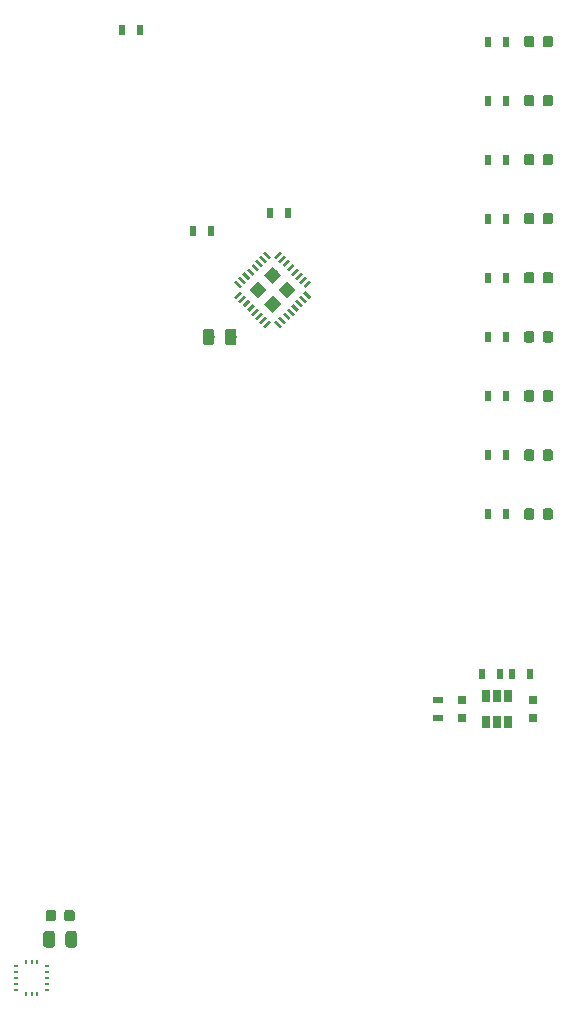
<source format=gbr>
G04 #@! TF.GenerationSoftware,KiCad,Pcbnew,(5.0.0-rc2-dev-668-g07e7340a9)*
G04 #@! TF.CreationDate,2018-12-11T18:12:05-05:00*
G04 #@! TF.ProjectId,BalancingBusinessCardLights,42616C616E63696E67427573696E6573,rev?*
G04 #@! TF.SameCoordinates,Original*
G04 #@! TF.FileFunction,Paste,Top*
G04 #@! TF.FilePolarity,Positive*
%FSLAX46Y46*%
G04 Gerber Fmt 4.6, Leading zero omitted, Abs format (unit mm)*
G04 Created by KiCad (PCBNEW (5.0.0-rc2-dev-668-g07e7340a9)) date 12/11/18 18:12:05*
%MOMM*%
%LPD*%
G01*
G04 APERTURE LIST*
%ADD10C,0.100000*%
%ADD11C,0.975000*%
%ADD12C,0.875000*%
%ADD13R,0.254000X0.355600*%
%ADD14R,0.355600X0.254000*%
%ADD15R,0.750000X0.800000*%
%ADD16R,0.900000X0.500000*%
%ADD17R,0.500000X0.900000*%
%ADD18C,1.035000*%
%ADD19C,0.250000*%
%ADD20R,0.650000X1.060000*%
G04 APERTURE END LIST*
D10*
G36*
X200330142Y-78301174D02*
X200353803Y-78304684D01*
X200377007Y-78310496D01*
X200399529Y-78318554D01*
X200421153Y-78328782D01*
X200441670Y-78341079D01*
X200460883Y-78355329D01*
X200478607Y-78371393D01*
X200494671Y-78389117D01*
X200508921Y-78408330D01*
X200521218Y-78428847D01*
X200531446Y-78450471D01*
X200539504Y-78472993D01*
X200545316Y-78496197D01*
X200548826Y-78519858D01*
X200550000Y-78543750D01*
X200550000Y-79456250D01*
X200548826Y-79480142D01*
X200545316Y-79503803D01*
X200539504Y-79527007D01*
X200531446Y-79549529D01*
X200521218Y-79571153D01*
X200508921Y-79591670D01*
X200494671Y-79610883D01*
X200478607Y-79628607D01*
X200460883Y-79644671D01*
X200441670Y-79658921D01*
X200421153Y-79671218D01*
X200399529Y-79681446D01*
X200377007Y-79689504D01*
X200353803Y-79695316D01*
X200330142Y-79698826D01*
X200306250Y-79700000D01*
X199818750Y-79700000D01*
X199794858Y-79698826D01*
X199771197Y-79695316D01*
X199747993Y-79689504D01*
X199725471Y-79681446D01*
X199703847Y-79671218D01*
X199683330Y-79658921D01*
X199664117Y-79644671D01*
X199646393Y-79628607D01*
X199630329Y-79610883D01*
X199616079Y-79591670D01*
X199603782Y-79571153D01*
X199593554Y-79549529D01*
X199585496Y-79527007D01*
X199579684Y-79503803D01*
X199576174Y-79480142D01*
X199575000Y-79456250D01*
X199575000Y-78543750D01*
X199576174Y-78519858D01*
X199579684Y-78496197D01*
X199585496Y-78472993D01*
X199593554Y-78450471D01*
X199603782Y-78428847D01*
X199616079Y-78408330D01*
X199630329Y-78389117D01*
X199646393Y-78371393D01*
X199664117Y-78355329D01*
X199683330Y-78341079D01*
X199703847Y-78328782D01*
X199725471Y-78318554D01*
X199747993Y-78310496D01*
X199771197Y-78304684D01*
X199794858Y-78301174D01*
X199818750Y-78300000D01*
X200306250Y-78300000D01*
X200330142Y-78301174D01*
X200330142Y-78301174D01*
G37*
D11*
X200062500Y-79000000D03*
D10*
G36*
X202205142Y-78301174D02*
X202228803Y-78304684D01*
X202252007Y-78310496D01*
X202274529Y-78318554D01*
X202296153Y-78328782D01*
X202316670Y-78341079D01*
X202335883Y-78355329D01*
X202353607Y-78371393D01*
X202369671Y-78389117D01*
X202383921Y-78408330D01*
X202396218Y-78428847D01*
X202406446Y-78450471D01*
X202414504Y-78472993D01*
X202420316Y-78496197D01*
X202423826Y-78519858D01*
X202425000Y-78543750D01*
X202425000Y-79456250D01*
X202423826Y-79480142D01*
X202420316Y-79503803D01*
X202414504Y-79527007D01*
X202406446Y-79549529D01*
X202396218Y-79571153D01*
X202383921Y-79591670D01*
X202369671Y-79610883D01*
X202353607Y-79628607D01*
X202335883Y-79644671D01*
X202316670Y-79658921D01*
X202296153Y-79671218D01*
X202274529Y-79681446D01*
X202252007Y-79689504D01*
X202228803Y-79695316D01*
X202205142Y-79698826D01*
X202181250Y-79700000D01*
X201693750Y-79700000D01*
X201669858Y-79698826D01*
X201646197Y-79695316D01*
X201622993Y-79689504D01*
X201600471Y-79681446D01*
X201578847Y-79671218D01*
X201558330Y-79658921D01*
X201539117Y-79644671D01*
X201521393Y-79628607D01*
X201505329Y-79610883D01*
X201491079Y-79591670D01*
X201478782Y-79571153D01*
X201468554Y-79549529D01*
X201460496Y-79527007D01*
X201454684Y-79503803D01*
X201451174Y-79480142D01*
X201450000Y-79456250D01*
X201450000Y-78543750D01*
X201451174Y-78519858D01*
X201454684Y-78496197D01*
X201460496Y-78472993D01*
X201468554Y-78450471D01*
X201478782Y-78428847D01*
X201491079Y-78408330D01*
X201505329Y-78389117D01*
X201521393Y-78371393D01*
X201539117Y-78355329D01*
X201558330Y-78341079D01*
X201578847Y-78328782D01*
X201600471Y-78318554D01*
X201622993Y-78310496D01*
X201646197Y-78304684D01*
X201669858Y-78301174D01*
X201693750Y-78300000D01*
X202181250Y-78300000D01*
X202205142Y-78301174D01*
X202205142Y-78301174D01*
G37*
D11*
X201937500Y-79000000D03*
D10*
G36*
X188705142Y-129301174D02*
X188728803Y-129304684D01*
X188752007Y-129310496D01*
X188774529Y-129318554D01*
X188796153Y-129328782D01*
X188816670Y-129341079D01*
X188835883Y-129355329D01*
X188853607Y-129371393D01*
X188869671Y-129389117D01*
X188883921Y-129408330D01*
X188896218Y-129428847D01*
X188906446Y-129450471D01*
X188914504Y-129472993D01*
X188920316Y-129496197D01*
X188923826Y-129519858D01*
X188925000Y-129543750D01*
X188925000Y-130456250D01*
X188923826Y-130480142D01*
X188920316Y-130503803D01*
X188914504Y-130527007D01*
X188906446Y-130549529D01*
X188896218Y-130571153D01*
X188883921Y-130591670D01*
X188869671Y-130610883D01*
X188853607Y-130628607D01*
X188835883Y-130644671D01*
X188816670Y-130658921D01*
X188796153Y-130671218D01*
X188774529Y-130681446D01*
X188752007Y-130689504D01*
X188728803Y-130695316D01*
X188705142Y-130698826D01*
X188681250Y-130700000D01*
X188193750Y-130700000D01*
X188169858Y-130698826D01*
X188146197Y-130695316D01*
X188122993Y-130689504D01*
X188100471Y-130681446D01*
X188078847Y-130671218D01*
X188058330Y-130658921D01*
X188039117Y-130644671D01*
X188021393Y-130628607D01*
X188005329Y-130610883D01*
X187991079Y-130591670D01*
X187978782Y-130571153D01*
X187968554Y-130549529D01*
X187960496Y-130527007D01*
X187954684Y-130503803D01*
X187951174Y-130480142D01*
X187950000Y-130456250D01*
X187950000Y-129543750D01*
X187951174Y-129519858D01*
X187954684Y-129496197D01*
X187960496Y-129472993D01*
X187968554Y-129450471D01*
X187978782Y-129428847D01*
X187991079Y-129408330D01*
X188005329Y-129389117D01*
X188021393Y-129371393D01*
X188039117Y-129355329D01*
X188058330Y-129341079D01*
X188078847Y-129328782D01*
X188100471Y-129318554D01*
X188122993Y-129310496D01*
X188146197Y-129304684D01*
X188169858Y-129301174D01*
X188193750Y-129300000D01*
X188681250Y-129300000D01*
X188705142Y-129301174D01*
X188705142Y-129301174D01*
G37*
D11*
X188437500Y-130000000D03*
D10*
G36*
X186830142Y-129301174D02*
X186853803Y-129304684D01*
X186877007Y-129310496D01*
X186899529Y-129318554D01*
X186921153Y-129328782D01*
X186941670Y-129341079D01*
X186960883Y-129355329D01*
X186978607Y-129371393D01*
X186994671Y-129389117D01*
X187008921Y-129408330D01*
X187021218Y-129428847D01*
X187031446Y-129450471D01*
X187039504Y-129472993D01*
X187045316Y-129496197D01*
X187048826Y-129519858D01*
X187050000Y-129543750D01*
X187050000Y-130456250D01*
X187048826Y-130480142D01*
X187045316Y-130503803D01*
X187039504Y-130527007D01*
X187031446Y-130549529D01*
X187021218Y-130571153D01*
X187008921Y-130591670D01*
X186994671Y-130610883D01*
X186978607Y-130628607D01*
X186960883Y-130644671D01*
X186941670Y-130658921D01*
X186921153Y-130671218D01*
X186899529Y-130681446D01*
X186877007Y-130689504D01*
X186853803Y-130695316D01*
X186830142Y-130698826D01*
X186806250Y-130700000D01*
X186318750Y-130700000D01*
X186294858Y-130698826D01*
X186271197Y-130695316D01*
X186247993Y-130689504D01*
X186225471Y-130681446D01*
X186203847Y-130671218D01*
X186183330Y-130658921D01*
X186164117Y-130644671D01*
X186146393Y-130628607D01*
X186130329Y-130610883D01*
X186116079Y-130591670D01*
X186103782Y-130571153D01*
X186093554Y-130549529D01*
X186085496Y-130527007D01*
X186079684Y-130503803D01*
X186076174Y-130480142D01*
X186075000Y-130456250D01*
X186075000Y-129543750D01*
X186076174Y-129519858D01*
X186079684Y-129496197D01*
X186085496Y-129472993D01*
X186093554Y-129450471D01*
X186103782Y-129428847D01*
X186116079Y-129408330D01*
X186130329Y-129389117D01*
X186146393Y-129371393D01*
X186164117Y-129355329D01*
X186183330Y-129341079D01*
X186203847Y-129328782D01*
X186225471Y-129318554D01*
X186247993Y-129310496D01*
X186271197Y-129304684D01*
X186294858Y-129301174D01*
X186318750Y-129300000D01*
X186806250Y-129300000D01*
X186830142Y-129301174D01*
X186830142Y-129301174D01*
G37*
D11*
X186562500Y-130000000D03*
D10*
G36*
X188527691Y-127526053D02*
X188548926Y-127529203D01*
X188569750Y-127534419D01*
X188589962Y-127541651D01*
X188609368Y-127550830D01*
X188627781Y-127561866D01*
X188645024Y-127574654D01*
X188660930Y-127589070D01*
X188675346Y-127604976D01*
X188688134Y-127622219D01*
X188699170Y-127640632D01*
X188708349Y-127660038D01*
X188715581Y-127680250D01*
X188720797Y-127701074D01*
X188723947Y-127722309D01*
X188725000Y-127743750D01*
X188725000Y-128256250D01*
X188723947Y-128277691D01*
X188720797Y-128298926D01*
X188715581Y-128319750D01*
X188708349Y-128339962D01*
X188699170Y-128359368D01*
X188688134Y-128377781D01*
X188675346Y-128395024D01*
X188660930Y-128410930D01*
X188645024Y-128425346D01*
X188627781Y-128438134D01*
X188609368Y-128449170D01*
X188589962Y-128458349D01*
X188569750Y-128465581D01*
X188548926Y-128470797D01*
X188527691Y-128473947D01*
X188506250Y-128475000D01*
X188068750Y-128475000D01*
X188047309Y-128473947D01*
X188026074Y-128470797D01*
X188005250Y-128465581D01*
X187985038Y-128458349D01*
X187965632Y-128449170D01*
X187947219Y-128438134D01*
X187929976Y-128425346D01*
X187914070Y-128410930D01*
X187899654Y-128395024D01*
X187886866Y-128377781D01*
X187875830Y-128359368D01*
X187866651Y-128339962D01*
X187859419Y-128319750D01*
X187854203Y-128298926D01*
X187851053Y-128277691D01*
X187850000Y-128256250D01*
X187850000Y-127743750D01*
X187851053Y-127722309D01*
X187854203Y-127701074D01*
X187859419Y-127680250D01*
X187866651Y-127660038D01*
X187875830Y-127640632D01*
X187886866Y-127622219D01*
X187899654Y-127604976D01*
X187914070Y-127589070D01*
X187929976Y-127574654D01*
X187947219Y-127561866D01*
X187965632Y-127550830D01*
X187985038Y-127541651D01*
X188005250Y-127534419D01*
X188026074Y-127529203D01*
X188047309Y-127526053D01*
X188068750Y-127525000D01*
X188506250Y-127525000D01*
X188527691Y-127526053D01*
X188527691Y-127526053D01*
G37*
D12*
X188287500Y-128000000D03*
D10*
G36*
X186952691Y-127526053D02*
X186973926Y-127529203D01*
X186994750Y-127534419D01*
X187014962Y-127541651D01*
X187034368Y-127550830D01*
X187052781Y-127561866D01*
X187070024Y-127574654D01*
X187085930Y-127589070D01*
X187100346Y-127604976D01*
X187113134Y-127622219D01*
X187124170Y-127640632D01*
X187133349Y-127660038D01*
X187140581Y-127680250D01*
X187145797Y-127701074D01*
X187148947Y-127722309D01*
X187150000Y-127743750D01*
X187150000Y-128256250D01*
X187148947Y-128277691D01*
X187145797Y-128298926D01*
X187140581Y-128319750D01*
X187133349Y-128339962D01*
X187124170Y-128359368D01*
X187113134Y-128377781D01*
X187100346Y-128395024D01*
X187085930Y-128410930D01*
X187070024Y-128425346D01*
X187052781Y-128438134D01*
X187034368Y-128449170D01*
X187014962Y-128458349D01*
X186994750Y-128465581D01*
X186973926Y-128470797D01*
X186952691Y-128473947D01*
X186931250Y-128475000D01*
X186493750Y-128475000D01*
X186472309Y-128473947D01*
X186451074Y-128470797D01*
X186430250Y-128465581D01*
X186410038Y-128458349D01*
X186390632Y-128449170D01*
X186372219Y-128438134D01*
X186354976Y-128425346D01*
X186339070Y-128410930D01*
X186324654Y-128395024D01*
X186311866Y-128377781D01*
X186300830Y-128359368D01*
X186291651Y-128339962D01*
X186284419Y-128319750D01*
X186279203Y-128298926D01*
X186276053Y-128277691D01*
X186275000Y-128256250D01*
X186275000Y-127743750D01*
X186276053Y-127722309D01*
X186279203Y-127701074D01*
X186284419Y-127680250D01*
X186291651Y-127660038D01*
X186300830Y-127640632D01*
X186311866Y-127622219D01*
X186324654Y-127604976D01*
X186339070Y-127589070D01*
X186354976Y-127574654D01*
X186372219Y-127561866D01*
X186390632Y-127550830D01*
X186410038Y-127541651D01*
X186430250Y-127534419D01*
X186451074Y-127529203D01*
X186472309Y-127526053D01*
X186493750Y-127525000D01*
X186931250Y-127525000D01*
X186952691Y-127526053D01*
X186952691Y-127526053D01*
G37*
D12*
X186712500Y-128000000D03*
D10*
G36*
X227452691Y-53526053D02*
X227473926Y-53529203D01*
X227494750Y-53534419D01*
X227514962Y-53541651D01*
X227534368Y-53550830D01*
X227552781Y-53561866D01*
X227570024Y-53574654D01*
X227585930Y-53589070D01*
X227600346Y-53604976D01*
X227613134Y-53622219D01*
X227624170Y-53640632D01*
X227633349Y-53660038D01*
X227640581Y-53680250D01*
X227645797Y-53701074D01*
X227648947Y-53722309D01*
X227650000Y-53743750D01*
X227650000Y-54256250D01*
X227648947Y-54277691D01*
X227645797Y-54298926D01*
X227640581Y-54319750D01*
X227633349Y-54339962D01*
X227624170Y-54359368D01*
X227613134Y-54377781D01*
X227600346Y-54395024D01*
X227585930Y-54410930D01*
X227570024Y-54425346D01*
X227552781Y-54438134D01*
X227534368Y-54449170D01*
X227514962Y-54458349D01*
X227494750Y-54465581D01*
X227473926Y-54470797D01*
X227452691Y-54473947D01*
X227431250Y-54475000D01*
X226993750Y-54475000D01*
X226972309Y-54473947D01*
X226951074Y-54470797D01*
X226930250Y-54465581D01*
X226910038Y-54458349D01*
X226890632Y-54449170D01*
X226872219Y-54438134D01*
X226854976Y-54425346D01*
X226839070Y-54410930D01*
X226824654Y-54395024D01*
X226811866Y-54377781D01*
X226800830Y-54359368D01*
X226791651Y-54339962D01*
X226784419Y-54319750D01*
X226779203Y-54298926D01*
X226776053Y-54277691D01*
X226775000Y-54256250D01*
X226775000Y-53743750D01*
X226776053Y-53722309D01*
X226779203Y-53701074D01*
X226784419Y-53680250D01*
X226791651Y-53660038D01*
X226800830Y-53640632D01*
X226811866Y-53622219D01*
X226824654Y-53604976D01*
X226839070Y-53589070D01*
X226854976Y-53574654D01*
X226872219Y-53561866D01*
X226890632Y-53550830D01*
X226910038Y-53541651D01*
X226930250Y-53534419D01*
X226951074Y-53529203D01*
X226972309Y-53526053D01*
X226993750Y-53525000D01*
X227431250Y-53525000D01*
X227452691Y-53526053D01*
X227452691Y-53526053D01*
G37*
D12*
X227212500Y-54000000D03*
D10*
G36*
X229027691Y-53526053D02*
X229048926Y-53529203D01*
X229069750Y-53534419D01*
X229089962Y-53541651D01*
X229109368Y-53550830D01*
X229127781Y-53561866D01*
X229145024Y-53574654D01*
X229160930Y-53589070D01*
X229175346Y-53604976D01*
X229188134Y-53622219D01*
X229199170Y-53640632D01*
X229208349Y-53660038D01*
X229215581Y-53680250D01*
X229220797Y-53701074D01*
X229223947Y-53722309D01*
X229225000Y-53743750D01*
X229225000Y-54256250D01*
X229223947Y-54277691D01*
X229220797Y-54298926D01*
X229215581Y-54319750D01*
X229208349Y-54339962D01*
X229199170Y-54359368D01*
X229188134Y-54377781D01*
X229175346Y-54395024D01*
X229160930Y-54410930D01*
X229145024Y-54425346D01*
X229127781Y-54438134D01*
X229109368Y-54449170D01*
X229089962Y-54458349D01*
X229069750Y-54465581D01*
X229048926Y-54470797D01*
X229027691Y-54473947D01*
X229006250Y-54475000D01*
X228568750Y-54475000D01*
X228547309Y-54473947D01*
X228526074Y-54470797D01*
X228505250Y-54465581D01*
X228485038Y-54458349D01*
X228465632Y-54449170D01*
X228447219Y-54438134D01*
X228429976Y-54425346D01*
X228414070Y-54410930D01*
X228399654Y-54395024D01*
X228386866Y-54377781D01*
X228375830Y-54359368D01*
X228366651Y-54339962D01*
X228359419Y-54319750D01*
X228354203Y-54298926D01*
X228351053Y-54277691D01*
X228350000Y-54256250D01*
X228350000Y-53743750D01*
X228351053Y-53722309D01*
X228354203Y-53701074D01*
X228359419Y-53680250D01*
X228366651Y-53660038D01*
X228375830Y-53640632D01*
X228386866Y-53622219D01*
X228399654Y-53604976D01*
X228414070Y-53589070D01*
X228429976Y-53574654D01*
X228447219Y-53561866D01*
X228465632Y-53550830D01*
X228485038Y-53541651D01*
X228505250Y-53534419D01*
X228526074Y-53529203D01*
X228547309Y-53526053D01*
X228568750Y-53525000D01*
X229006250Y-53525000D01*
X229027691Y-53526053D01*
X229027691Y-53526053D01*
G37*
D12*
X228787500Y-54000000D03*
D10*
G36*
X227452691Y-58526053D02*
X227473926Y-58529203D01*
X227494750Y-58534419D01*
X227514962Y-58541651D01*
X227534368Y-58550830D01*
X227552781Y-58561866D01*
X227570024Y-58574654D01*
X227585930Y-58589070D01*
X227600346Y-58604976D01*
X227613134Y-58622219D01*
X227624170Y-58640632D01*
X227633349Y-58660038D01*
X227640581Y-58680250D01*
X227645797Y-58701074D01*
X227648947Y-58722309D01*
X227650000Y-58743750D01*
X227650000Y-59256250D01*
X227648947Y-59277691D01*
X227645797Y-59298926D01*
X227640581Y-59319750D01*
X227633349Y-59339962D01*
X227624170Y-59359368D01*
X227613134Y-59377781D01*
X227600346Y-59395024D01*
X227585930Y-59410930D01*
X227570024Y-59425346D01*
X227552781Y-59438134D01*
X227534368Y-59449170D01*
X227514962Y-59458349D01*
X227494750Y-59465581D01*
X227473926Y-59470797D01*
X227452691Y-59473947D01*
X227431250Y-59475000D01*
X226993750Y-59475000D01*
X226972309Y-59473947D01*
X226951074Y-59470797D01*
X226930250Y-59465581D01*
X226910038Y-59458349D01*
X226890632Y-59449170D01*
X226872219Y-59438134D01*
X226854976Y-59425346D01*
X226839070Y-59410930D01*
X226824654Y-59395024D01*
X226811866Y-59377781D01*
X226800830Y-59359368D01*
X226791651Y-59339962D01*
X226784419Y-59319750D01*
X226779203Y-59298926D01*
X226776053Y-59277691D01*
X226775000Y-59256250D01*
X226775000Y-58743750D01*
X226776053Y-58722309D01*
X226779203Y-58701074D01*
X226784419Y-58680250D01*
X226791651Y-58660038D01*
X226800830Y-58640632D01*
X226811866Y-58622219D01*
X226824654Y-58604976D01*
X226839070Y-58589070D01*
X226854976Y-58574654D01*
X226872219Y-58561866D01*
X226890632Y-58550830D01*
X226910038Y-58541651D01*
X226930250Y-58534419D01*
X226951074Y-58529203D01*
X226972309Y-58526053D01*
X226993750Y-58525000D01*
X227431250Y-58525000D01*
X227452691Y-58526053D01*
X227452691Y-58526053D01*
G37*
D12*
X227212500Y-59000000D03*
D10*
G36*
X229027691Y-58526053D02*
X229048926Y-58529203D01*
X229069750Y-58534419D01*
X229089962Y-58541651D01*
X229109368Y-58550830D01*
X229127781Y-58561866D01*
X229145024Y-58574654D01*
X229160930Y-58589070D01*
X229175346Y-58604976D01*
X229188134Y-58622219D01*
X229199170Y-58640632D01*
X229208349Y-58660038D01*
X229215581Y-58680250D01*
X229220797Y-58701074D01*
X229223947Y-58722309D01*
X229225000Y-58743750D01*
X229225000Y-59256250D01*
X229223947Y-59277691D01*
X229220797Y-59298926D01*
X229215581Y-59319750D01*
X229208349Y-59339962D01*
X229199170Y-59359368D01*
X229188134Y-59377781D01*
X229175346Y-59395024D01*
X229160930Y-59410930D01*
X229145024Y-59425346D01*
X229127781Y-59438134D01*
X229109368Y-59449170D01*
X229089962Y-59458349D01*
X229069750Y-59465581D01*
X229048926Y-59470797D01*
X229027691Y-59473947D01*
X229006250Y-59475000D01*
X228568750Y-59475000D01*
X228547309Y-59473947D01*
X228526074Y-59470797D01*
X228505250Y-59465581D01*
X228485038Y-59458349D01*
X228465632Y-59449170D01*
X228447219Y-59438134D01*
X228429976Y-59425346D01*
X228414070Y-59410930D01*
X228399654Y-59395024D01*
X228386866Y-59377781D01*
X228375830Y-59359368D01*
X228366651Y-59339962D01*
X228359419Y-59319750D01*
X228354203Y-59298926D01*
X228351053Y-59277691D01*
X228350000Y-59256250D01*
X228350000Y-58743750D01*
X228351053Y-58722309D01*
X228354203Y-58701074D01*
X228359419Y-58680250D01*
X228366651Y-58660038D01*
X228375830Y-58640632D01*
X228386866Y-58622219D01*
X228399654Y-58604976D01*
X228414070Y-58589070D01*
X228429976Y-58574654D01*
X228447219Y-58561866D01*
X228465632Y-58550830D01*
X228485038Y-58541651D01*
X228505250Y-58534419D01*
X228526074Y-58529203D01*
X228547309Y-58526053D01*
X228568750Y-58525000D01*
X229006250Y-58525000D01*
X229027691Y-58526053D01*
X229027691Y-58526053D01*
G37*
D12*
X228787500Y-59000000D03*
D10*
G36*
X227452691Y-63526053D02*
X227473926Y-63529203D01*
X227494750Y-63534419D01*
X227514962Y-63541651D01*
X227534368Y-63550830D01*
X227552781Y-63561866D01*
X227570024Y-63574654D01*
X227585930Y-63589070D01*
X227600346Y-63604976D01*
X227613134Y-63622219D01*
X227624170Y-63640632D01*
X227633349Y-63660038D01*
X227640581Y-63680250D01*
X227645797Y-63701074D01*
X227648947Y-63722309D01*
X227650000Y-63743750D01*
X227650000Y-64256250D01*
X227648947Y-64277691D01*
X227645797Y-64298926D01*
X227640581Y-64319750D01*
X227633349Y-64339962D01*
X227624170Y-64359368D01*
X227613134Y-64377781D01*
X227600346Y-64395024D01*
X227585930Y-64410930D01*
X227570024Y-64425346D01*
X227552781Y-64438134D01*
X227534368Y-64449170D01*
X227514962Y-64458349D01*
X227494750Y-64465581D01*
X227473926Y-64470797D01*
X227452691Y-64473947D01*
X227431250Y-64475000D01*
X226993750Y-64475000D01*
X226972309Y-64473947D01*
X226951074Y-64470797D01*
X226930250Y-64465581D01*
X226910038Y-64458349D01*
X226890632Y-64449170D01*
X226872219Y-64438134D01*
X226854976Y-64425346D01*
X226839070Y-64410930D01*
X226824654Y-64395024D01*
X226811866Y-64377781D01*
X226800830Y-64359368D01*
X226791651Y-64339962D01*
X226784419Y-64319750D01*
X226779203Y-64298926D01*
X226776053Y-64277691D01*
X226775000Y-64256250D01*
X226775000Y-63743750D01*
X226776053Y-63722309D01*
X226779203Y-63701074D01*
X226784419Y-63680250D01*
X226791651Y-63660038D01*
X226800830Y-63640632D01*
X226811866Y-63622219D01*
X226824654Y-63604976D01*
X226839070Y-63589070D01*
X226854976Y-63574654D01*
X226872219Y-63561866D01*
X226890632Y-63550830D01*
X226910038Y-63541651D01*
X226930250Y-63534419D01*
X226951074Y-63529203D01*
X226972309Y-63526053D01*
X226993750Y-63525000D01*
X227431250Y-63525000D01*
X227452691Y-63526053D01*
X227452691Y-63526053D01*
G37*
D12*
X227212500Y-64000000D03*
D10*
G36*
X229027691Y-63526053D02*
X229048926Y-63529203D01*
X229069750Y-63534419D01*
X229089962Y-63541651D01*
X229109368Y-63550830D01*
X229127781Y-63561866D01*
X229145024Y-63574654D01*
X229160930Y-63589070D01*
X229175346Y-63604976D01*
X229188134Y-63622219D01*
X229199170Y-63640632D01*
X229208349Y-63660038D01*
X229215581Y-63680250D01*
X229220797Y-63701074D01*
X229223947Y-63722309D01*
X229225000Y-63743750D01*
X229225000Y-64256250D01*
X229223947Y-64277691D01*
X229220797Y-64298926D01*
X229215581Y-64319750D01*
X229208349Y-64339962D01*
X229199170Y-64359368D01*
X229188134Y-64377781D01*
X229175346Y-64395024D01*
X229160930Y-64410930D01*
X229145024Y-64425346D01*
X229127781Y-64438134D01*
X229109368Y-64449170D01*
X229089962Y-64458349D01*
X229069750Y-64465581D01*
X229048926Y-64470797D01*
X229027691Y-64473947D01*
X229006250Y-64475000D01*
X228568750Y-64475000D01*
X228547309Y-64473947D01*
X228526074Y-64470797D01*
X228505250Y-64465581D01*
X228485038Y-64458349D01*
X228465632Y-64449170D01*
X228447219Y-64438134D01*
X228429976Y-64425346D01*
X228414070Y-64410930D01*
X228399654Y-64395024D01*
X228386866Y-64377781D01*
X228375830Y-64359368D01*
X228366651Y-64339962D01*
X228359419Y-64319750D01*
X228354203Y-64298926D01*
X228351053Y-64277691D01*
X228350000Y-64256250D01*
X228350000Y-63743750D01*
X228351053Y-63722309D01*
X228354203Y-63701074D01*
X228359419Y-63680250D01*
X228366651Y-63660038D01*
X228375830Y-63640632D01*
X228386866Y-63622219D01*
X228399654Y-63604976D01*
X228414070Y-63589070D01*
X228429976Y-63574654D01*
X228447219Y-63561866D01*
X228465632Y-63550830D01*
X228485038Y-63541651D01*
X228505250Y-63534419D01*
X228526074Y-63529203D01*
X228547309Y-63526053D01*
X228568750Y-63525000D01*
X229006250Y-63525000D01*
X229027691Y-63526053D01*
X229027691Y-63526053D01*
G37*
D12*
X228787500Y-64000000D03*
D10*
G36*
X227452691Y-68526053D02*
X227473926Y-68529203D01*
X227494750Y-68534419D01*
X227514962Y-68541651D01*
X227534368Y-68550830D01*
X227552781Y-68561866D01*
X227570024Y-68574654D01*
X227585930Y-68589070D01*
X227600346Y-68604976D01*
X227613134Y-68622219D01*
X227624170Y-68640632D01*
X227633349Y-68660038D01*
X227640581Y-68680250D01*
X227645797Y-68701074D01*
X227648947Y-68722309D01*
X227650000Y-68743750D01*
X227650000Y-69256250D01*
X227648947Y-69277691D01*
X227645797Y-69298926D01*
X227640581Y-69319750D01*
X227633349Y-69339962D01*
X227624170Y-69359368D01*
X227613134Y-69377781D01*
X227600346Y-69395024D01*
X227585930Y-69410930D01*
X227570024Y-69425346D01*
X227552781Y-69438134D01*
X227534368Y-69449170D01*
X227514962Y-69458349D01*
X227494750Y-69465581D01*
X227473926Y-69470797D01*
X227452691Y-69473947D01*
X227431250Y-69475000D01*
X226993750Y-69475000D01*
X226972309Y-69473947D01*
X226951074Y-69470797D01*
X226930250Y-69465581D01*
X226910038Y-69458349D01*
X226890632Y-69449170D01*
X226872219Y-69438134D01*
X226854976Y-69425346D01*
X226839070Y-69410930D01*
X226824654Y-69395024D01*
X226811866Y-69377781D01*
X226800830Y-69359368D01*
X226791651Y-69339962D01*
X226784419Y-69319750D01*
X226779203Y-69298926D01*
X226776053Y-69277691D01*
X226775000Y-69256250D01*
X226775000Y-68743750D01*
X226776053Y-68722309D01*
X226779203Y-68701074D01*
X226784419Y-68680250D01*
X226791651Y-68660038D01*
X226800830Y-68640632D01*
X226811866Y-68622219D01*
X226824654Y-68604976D01*
X226839070Y-68589070D01*
X226854976Y-68574654D01*
X226872219Y-68561866D01*
X226890632Y-68550830D01*
X226910038Y-68541651D01*
X226930250Y-68534419D01*
X226951074Y-68529203D01*
X226972309Y-68526053D01*
X226993750Y-68525000D01*
X227431250Y-68525000D01*
X227452691Y-68526053D01*
X227452691Y-68526053D01*
G37*
D12*
X227212500Y-69000000D03*
D10*
G36*
X229027691Y-68526053D02*
X229048926Y-68529203D01*
X229069750Y-68534419D01*
X229089962Y-68541651D01*
X229109368Y-68550830D01*
X229127781Y-68561866D01*
X229145024Y-68574654D01*
X229160930Y-68589070D01*
X229175346Y-68604976D01*
X229188134Y-68622219D01*
X229199170Y-68640632D01*
X229208349Y-68660038D01*
X229215581Y-68680250D01*
X229220797Y-68701074D01*
X229223947Y-68722309D01*
X229225000Y-68743750D01*
X229225000Y-69256250D01*
X229223947Y-69277691D01*
X229220797Y-69298926D01*
X229215581Y-69319750D01*
X229208349Y-69339962D01*
X229199170Y-69359368D01*
X229188134Y-69377781D01*
X229175346Y-69395024D01*
X229160930Y-69410930D01*
X229145024Y-69425346D01*
X229127781Y-69438134D01*
X229109368Y-69449170D01*
X229089962Y-69458349D01*
X229069750Y-69465581D01*
X229048926Y-69470797D01*
X229027691Y-69473947D01*
X229006250Y-69475000D01*
X228568750Y-69475000D01*
X228547309Y-69473947D01*
X228526074Y-69470797D01*
X228505250Y-69465581D01*
X228485038Y-69458349D01*
X228465632Y-69449170D01*
X228447219Y-69438134D01*
X228429976Y-69425346D01*
X228414070Y-69410930D01*
X228399654Y-69395024D01*
X228386866Y-69377781D01*
X228375830Y-69359368D01*
X228366651Y-69339962D01*
X228359419Y-69319750D01*
X228354203Y-69298926D01*
X228351053Y-69277691D01*
X228350000Y-69256250D01*
X228350000Y-68743750D01*
X228351053Y-68722309D01*
X228354203Y-68701074D01*
X228359419Y-68680250D01*
X228366651Y-68660038D01*
X228375830Y-68640632D01*
X228386866Y-68622219D01*
X228399654Y-68604976D01*
X228414070Y-68589070D01*
X228429976Y-68574654D01*
X228447219Y-68561866D01*
X228465632Y-68550830D01*
X228485038Y-68541651D01*
X228505250Y-68534419D01*
X228526074Y-68529203D01*
X228547309Y-68526053D01*
X228568750Y-68525000D01*
X229006250Y-68525000D01*
X229027691Y-68526053D01*
X229027691Y-68526053D01*
G37*
D12*
X228787500Y-69000000D03*
D10*
G36*
X227452691Y-73526053D02*
X227473926Y-73529203D01*
X227494750Y-73534419D01*
X227514962Y-73541651D01*
X227534368Y-73550830D01*
X227552781Y-73561866D01*
X227570024Y-73574654D01*
X227585930Y-73589070D01*
X227600346Y-73604976D01*
X227613134Y-73622219D01*
X227624170Y-73640632D01*
X227633349Y-73660038D01*
X227640581Y-73680250D01*
X227645797Y-73701074D01*
X227648947Y-73722309D01*
X227650000Y-73743750D01*
X227650000Y-74256250D01*
X227648947Y-74277691D01*
X227645797Y-74298926D01*
X227640581Y-74319750D01*
X227633349Y-74339962D01*
X227624170Y-74359368D01*
X227613134Y-74377781D01*
X227600346Y-74395024D01*
X227585930Y-74410930D01*
X227570024Y-74425346D01*
X227552781Y-74438134D01*
X227534368Y-74449170D01*
X227514962Y-74458349D01*
X227494750Y-74465581D01*
X227473926Y-74470797D01*
X227452691Y-74473947D01*
X227431250Y-74475000D01*
X226993750Y-74475000D01*
X226972309Y-74473947D01*
X226951074Y-74470797D01*
X226930250Y-74465581D01*
X226910038Y-74458349D01*
X226890632Y-74449170D01*
X226872219Y-74438134D01*
X226854976Y-74425346D01*
X226839070Y-74410930D01*
X226824654Y-74395024D01*
X226811866Y-74377781D01*
X226800830Y-74359368D01*
X226791651Y-74339962D01*
X226784419Y-74319750D01*
X226779203Y-74298926D01*
X226776053Y-74277691D01*
X226775000Y-74256250D01*
X226775000Y-73743750D01*
X226776053Y-73722309D01*
X226779203Y-73701074D01*
X226784419Y-73680250D01*
X226791651Y-73660038D01*
X226800830Y-73640632D01*
X226811866Y-73622219D01*
X226824654Y-73604976D01*
X226839070Y-73589070D01*
X226854976Y-73574654D01*
X226872219Y-73561866D01*
X226890632Y-73550830D01*
X226910038Y-73541651D01*
X226930250Y-73534419D01*
X226951074Y-73529203D01*
X226972309Y-73526053D01*
X226993750Y-73525000D01*
X227431250Y-73525000D01*
X227452691Y-73526053D01*
X227452691Y-73526053D01*
G37*
D12*
X227212500Y-74000000D03*
D10*
G36*
X229027691Y-73526053D02*
X229048926Y-73529203D01*
X229069750Y-73534419D01*
X229089962Y-73541651D01*
X229109368Y-73550830D01*
X229127781Y-73561866D01*
X229145024Y-73574654D01*
X229160930Y-73589070D01*
X229175346Y-73604976D01*
X229188134Y-73622219D01*
X229199170Y-73640632D01*
X229208349Y-73660038D01*
X229215581Y-73680250D01*
X229220797Y-73701074D01*
X229223947Y-73722309D01*
X229225000Y-73743750D01*
X229225000Y-74256250D01*
X229223947Y-74277691D01*
X229220797Y-74298926D01*
X229215581Y-74319750D01*
X229208349Y-74339962D01*
X229199170Y-74359368D01*
X229188134Y-74377781D01*
X229175346Y-74395024D01*
X229160930Y-74410930D01*
X229145024Y-74425346D01*
X229127781Y-74438134D01*
X229109368Y-74449170D01*
X229089962Y-74458349D01*
X229069750Y-74465581D01*
X229048926Y-74470797D01*
X229027691Y-74473947D01*
X229006250Y-74475000D01*
X228568750Y-74475000D01*
X228547309Y-74473947D01*
X228526074Y-74470797D01*
X228505250Y-74465581D01*
X228485038Y-74458349D01*
X228465632Y-74449170D01*
X228447219Y-74438134D01*
X228429976Y-74425346D01*
X228414070Y-74410930D01*
X228399654Y-74395024D01*
X228386866Y-74377781D01*
X228375830Y-74359368D01*
X228366651Y-74339962D01*
X228359419Y-74319750D01*
X228354203Y-74298926D01*
X228351053Y-74277691D01*
X228350000Y-74256250D01*
X228350000Y-73743750D01*
X228351053Y-73722309D01*
X228354203Y-73701074D01*
X228359419Y-73680250D01*
X228366651Y-73660038D01*
X228375830Y-73640632D01*
X228386866Y-73622219D01*
X228399654Y-73604976D01*
X228414070Y-73589070D01*
X228429976Y-73574654D01*
X228447219Y-73561866D01*
X228465632Y-73550830D01*
X228485038Y-73541651D01*
X228505250Y-73534419D01*
X228526074Y-73529203D01*
X228547309Y-73526053D01*
X228568750Y-73525000D01*
X229006250Y-73525000D01*
X229027691Y-73526053D01*
X229027691Y-73526053D01*
G37*
D12*
X228787500Y-74000000D03*
D10*
G36*
X227452691Y-78526053D02*
X227473926Y-78529203D01*
X227494750Y-78534419D01*
X227514962Y-78541651D01*
X227534368Y-78550830D01*
X227552781Y-78561866D01*
X227570024Y-78574654D01*
X227585930Y-78589070D01*
X227600346Y-78604976D01*
X227613134Y-78622219D01*
X227624170Y-78640632D01*
X227633349Y-78660038D01*
X227640581Y-78680250D01*
X227645797Y-78701074D01*
X227648947Y-78722309D01*
X227650000Y-78743750D01*
X227650000Y-79256250D01*
X227648947Y-79277691D01*
X227645797Y-79298926D01*
X227640581Y-79319750D01*
X227633349Y-79339962D01*
X227624170Y-79359368D01*
X227613134Y-79377781D01*
X227600346Y-79395024D01*
X227585930Y-79410930D01*
X227570024Y-79425346D01*
X227552781Y-79438134D01*
X227534368Y-79449170D01*
X227514962Y-79458349D01*
X227494750Y-79465581D01*
X227473926Y-79470797D01*
X227452691Y-79473947D01*
X227431250Y-79475000D01*
X226993750Y-79475000D01*
X226972309Y-79473947D01*
X226951074Y-79470797D01*
X226930250Y-79465581D01*
X226910038Y-79458349D01*
X226890632Y-79449170D01*
X226872219Y-79438134D01*
X226854976Y-79425346D01*
X226839070Y-79410930D01*
X226824654Y-79395024D01*
X226811866Y-79377781D01*
X226800830Y-79359368D01*
X226791651Y-79339962D01*
X226784419Y-79319750D01*
X226779203Y-79298926D01*
X226776053Y-79277691D01*
X226775000Y-79256250D01*
X226775000Y-78743750D01*
X226776053Y-78722309D01*
X226779203Y-78701074D01*
X226784419Y-78680250D01*
X226791651Y-78660038D01*
X226800830Y-78640632D01*
X226811866Y-78622219D01*
X226824654Y-78604976D01*
X226839070Y-78589070D01*
X226854976Y-78574654D01*
X226872219Y-78561866D01*
X226890632Y-78550830D01*
X226910038Y-78541651D01*
X226930250Y-78534419D01*
X226951074Y-78529203D01*
X226972309Y-78526053D01*
X226993750Y-78525000D01*
X227431250Y-78525000D01*
X227452691Y-78526053D01*
X227452691Y-78526053D01*
G37*
D12*
X227212500Y-79000000D03*
D10*
G36*
X229027691Y-78526053D02*
X229048926Y-78529203D01*
X229069750Y-78534419D01*
X229089962Y-78541651D01*
X229109368Y-78550830D01*
X229127781Y-78561866D01*
X229145024Y-78574654D01*
X229160930Y-78589070D01*
X229175346Y-78604976D01*
X229188134Y-78622219D01*
X229199170Y-78640632D01*
X229208349Y-78660038D01*
X229215581Y-78680250D01*
X229220797Y-78701074D01*
X229223947Y-78722309D01*
X229225000Y-78743750D01*
X229225000Y-79256250D01*
X229223947Y-79277691D01*
X229220797Y-79298926D01*
X229215581Y-79319750D01*
X229208349Y-79339962D01*
X229199170Y-79359368D01*
X229188134Y-79377781D01*
X229175346Y-79395024D01*
X229160930Y-79410930D01*
X229145024Y-79425346D01*
X229127781Y-79438134D01*
X229109368Y-79449170D01*
X229089962Y-79458349D01*
X229069750Y-79465581D01*
X229048926Y-79470797D01*
X229027691Y-79473947D01*
X229006250Y-79475000D01*
X228568750Y-79475000D01*
X228547309Y-79473947D01*
X228526074Y-79470797D01*
X228505250Y-79465581D01*
X228485038Y-79458349D01*
X228465632Y-79449170D01*
X228447219Y-79438134D01*
X228429976Y-79425346D01*
X228414070Y-79410930D01*
X228399654Y-79395024D01*
X228386866Y-79377781D01*
X228375830Y-79359368D01*
X228366651Y-79339962D01*
X228359419Y-79319750D01*
X228354203Y-79298926D01*
X228351053Y-79277691D01*
X228350000Y-79256250D01*
X228350000Y-78743750D01*
X228351053Y-78722309D01*
X228354203Y-78701074D01*
X228359419Y-78680250D01*
X228366651Y-78660038D01*
X228375830Y-78640632D01*
X228386866Y-78622219D01*
X228399654Y-78604976D01*
X228414070Y-78589070D01*
X228429976Y-78574654D01*
X228447219Y-78561866D01*
X228465632Y-78550830D01*
X228485038Y-78541651D01*
X228505250Y-78534419D01*
X228526074Y-78529203D01*
X228547309Y-78526053D01*
X228568750Y-78525000D01*
X229006250Y-78525000D01*
X229027691Y-78526053D01*
X229027691Y-78526053D01*
G37*
D12*
X228787500Y-79000000D03*
D10*
G36*
X227452691Y-83526053D02*
X227473926Y-83529203D01*
X227494750Y-83534419D01*
X227514962Y-83541651D01*
X227534368Y-83550830D01*
X227552781Y-83561866D01*
X227570024Y-83574654D01*
X227585930Y-83589070D01*
X227600346Y-83604976D01*
X227613134Y-83622219D01*
X227624170Y-83640632D01*
X227633349Y-83660038D01*
X227640581Y-83680250D01*
X227645797Y-83701074D01*
X227648947Y-83722309D01*
X227650000Y-83743750D01*
X227650000Y-84256250D01*
X227648947Y-84277691D01*
X227645797Y-84298926D01*
X227640581Y-84319750D01*
X227633349Y-84339962D01*
X227624170Y-84359368D01*
X227613134Y-84377781D01*
X227600346Y-84395024D01*
X227585930Y-84410930D01*
X227570024Y-84425346D01*
X227552781Y-84438134D01*
X227534368Y-84449170D01*
X227514962Y-84458349D01*
X227494750Y-84465581D01*
X227473926Y-84470797D01*
X227452691Y-84473947D01*
X227431250Y-84475000D01*
X226993750Y-84475000D01*
X226972309Y-84473947D01*
X226951074Y-84470797D01*
X226930250Y-84465581D01*
X226910038Y-84458349D01*
X226890632Y-84449170D01*
X226872219Y-84438134D01*
X226854976Y-84425346D01*
X226839070Y-84410930D01*
X226824654Y-84395024D01*
X226811866Y-84377781D01*
X226800830Y-84359368D01*
X226791651Y-84339962D01*
X226784419Y-84319750D01*
X226779203Y-84298926D01*
X226776053Y-84277691D01*
X226775000Y-84256250D01*
X226775000Y-83743750D01*
X226776053Y-83722309D01*
X226779203Y-83701074D01*
X226784419Y-83680250D01*
X226791651Y-83660038D01*
X226800830Y-83640632D01*
X226811866Y-83622219D01*
X226824654Y-83604976D01*
X226839070Y-83589070D01*
X226854976Y-83574654D01*
X226872219Y-83561866D01*
X226890632Y-83550830D01*
X226910038Y-83541651D01*
X226930250Y-83534419D01*
X226951074Y-83529203D01*
X226972309Y-83526053D01*
X226993750Y-83525000D01*
X227431250Y-83525000D01*
X227452691Y-83526053D01*
X227452691Y-83526053D01*
G37*
D12*
X227212500Y-84000000D03*
D10*
G36*
X229027691Y-83526053D02*
X229048926Y-83529203D01*
X229069750Y-83534419D01*
X229089962Y-83541651D01*
X229109368Y-83550830D01*
X229127781Y-83561866D01*
X229145024Y-83574654D01*
X229160930Y-83589070D01*
X229175346Y-83604976D01*
X229188134Y-83622219D01*
X229199170Y-83640632D01*
X229208349Y-83660038D01*
X229215581Y-83680250D01*
X229220797Y-83701074D01*
X229223947Y-83722309D01*
X229225000Y-83743750D01*
X229225000Y-84256250D01*
X229223947Y-84277691D01*
X229220797Y-84298926D01*
X229215581Y-84319750D01*
X229208349Y-84339962D01*
X229199170Y-84359368D01*
X229188134Y-84377781D01*
X229175346Y-84395024D01*
X229160930Y-84410930D01*
X229145024Y-84425346D01*
X229127781Y-84438134D01*
X229109368Y-84449170D01*
X229089962Y-84458349D01*
X229069750Y-84465581D01*
X229048926Y-84470797D01*
X229027691Y-84473947D01*
X229006250Y-84475000D01*
X228568750Y-84475000D01*
X228547309Y-84473947D01*
X228526074Y-84470797D01*
X228505250Y-84465581D01*
X228485038Y-84458349D01*
X228465632Y-84449170D01*
X228447219Y-84438134D01*
X228429976Y-84425346D01*
X228414070Y-84410930D01*
X228399654Y-84395024D01*
X228386866Y-84377781D01*
X228375830Y-84359368D01*
X228366651Y-84339962D01*
X228359419Y-84319750D01*
X228354203Y-84298926D01*
X228351053Y-84277691D01*
X228350000Y-84256250D01*
X228350000Y-83743750D01*
X228351053Y-83722309D01*
X228354203Y-83701074D01*
X228359419Y-83680250D01*
X228366651Y-83660038D01*
X228375830Y-83640632D01*
X228386866Y-83622219D01*
X228399654Y-83604976D01*
X228414070Y-83589070D01*
X228429976Y-83574654D01*
X228447219Y-83561866D01*
X228465632Y-83550830D01*
X228485038Y-83541651D01*
X228505250Y-83534419D01*
X228526074Y-83529203D01*
X228547309Y-83526053D01*
X228568750Y-83525000D01*
X229006250Y-83525000D01*
X229027691Y-83526053D01*
X229027691Y-83526053D01*
G37*
D12*
X228787500Y-84000000D03*
D10*
G36*
X227452691Y-88526053D02*
X227473926Y-88529203D01*
X227494750Y-88534419D01*
X227514962Y-88541651D01*
X227534368Y-88550830D01*
X227552781Y-88561866D01*
X227570024Y-88574654D01*
X227585930Y-88589070D01*
X227600346Y-88604976D01*
X227613134Y-88622219D01*
X227624170Y-88640632D01*
X227633349Y-88660038D01*
X227640581Y-88680250D01*
X227645797Y-88701074D01*
X227648947Y-88722309D01*
X227650000Y-88743750D01*
X227650000Y-89256250D01*
X227648947Y-89277691D01*
X227645797Y-89298926D01*
X227640581Y-89319750D01*
X227633349Y-89339962D01*
X227624170Y-89359368D01*
X227613134Y-89377781D01*
X227600346Y-89395024D01*
X227585930Y-89410930D01*
X227570024Y-89425346D01*
X227552781Y-89438134D01*
X227534368Y-89449170D01*
X227514962Y-89458349D01*
X227494750Y-89465581D01*
X227473926Y-89470797D01*
X227452691Y-89473947D01*
X227431250Y-89475000D01*
X226993750Y-89475000D01*
X226972309Y-89473947D01*
X226951074Y-89470797D01*
X226930250Y-89465581D01*
X226910038Y-89458349D01*
X226890632Y-89449170D01*
X226872219Y-89438134D01*
X226854976Y-89425346D01*
X226839070Y-89410930D01*
X226824654Y-89395024D01*
X226811866Y-89377781D01*
X226800830Y-89359368D01*
X226791651Y-89339962D01*
X226784419Y-89319750D01*
X226779203Y-89298926D01*
X226776053Y-89277691D01*
X226775000Y-89256250D01*
X226775000Y-88743750D01*
X226776053Y-88722309D01*
X226779203Y-88701074D01*
X226784419Y-88680250D01*
X226791651Y-88660038D01*
X226800830Y-88640632D01*
X226811866Y-88622219D01*
X226824654Y-88604976D01*
X226839070Y-88589070D01*
X226854976Y-88574654D01*
X226872219Y-88561866D01*
X226890632Y-88550830D01*
X226910038Y-88541651D01*
X226930250Y-88534419D01*
X226951074Y-88529203D01*
X226972309Y-88526053D01*
X226993750Y-88525000D01*
X227431250Y-88525000D01*
X227452691Y-88526053D01*
X227452691Y-88526053D01*
G37*
D12*
X227212500Y-89000000D03*
D10*
G36*
X229027691Y-88526053D02*
X229048926Y-88529203D01*
X229069750Y-88534419D01*
X229089962Y-88541651D01*
X229109368Y-88550830D01*
X229127781Y-88561866D01*
X229145024Y-88574654D01*
X229160930Y-88589070D01*
X229175346Y-88604976D01*
X229188134Y-88622219D01*
X229199170Y-88640632D01*
X229208349Y-88660038D01*
X229215581Y-88680250D01*
X229220797Y-88701074D01*
X229223947Y-88722309D01*
X229225000Y-88743750D01*
X229225000Y-89256250D01*
X229223947Y-89277691D01*
X229220797Y-89298926D01*
X229215581Y-89319750D01*
X229208349Y-89339962D01*
X229199170Y-89359368D01*
X229188134Y-89377781D01*
X229175346Y-89395024D01*
X229160930Y-89410930D01*
X229145024Y-89425346D01*
X229127781Y-89438134D01*
X229109368Y-89449170D01*
X229089962Y-89458349D01*
X229069750Y-89465581D01*
X229048926Y-89470797D01*
X229027691Y-89473947D01*
X229006250Y-89475000D01*
X228568750Y-89475000D01*
X228547309Y-89473947D01*
X228526074Y-89470797D01*
X228505250Y-89465581D01*
X228485038Y-89458349D01*
X228465632Y-89449170D01*
X228447219Y-89438134D01*
X228429976Y-89425346D01*
X228414070Y-89410930D01*
X228399654Y-89395024D01*
X228386866Y-89377781D01*
X228375830Y-89359368D01*
X228366651Y-89339962D01*
X228359419Y-89319750D01*
X228354203Y-89298926D01*
X228351053Y-89277691D01*
X228350000Y-89256250D01*
X228350000Y-88743750D01*
X228351053Y-88722309D01*
X228354203Y-88701074D01*
X228359419Y-88680250D01*
X228366651Y-88660038D01*
X228375830Y-88640632D01*
X228386866Y-88622219D01*
X228399654Y-88604976D01*
X228414070Y-88589070D01*
X228429976Y-88574654D01*
X228447219Y-88561866D01*
X228465632Y-88550830D01*
X228485038Y-88541651D01*
X228505250Y-88534419D01*
X228526074Y-88529203D01*
X228547309Y-88526053D01*
X228568750Y-88525000D01*
X229006250Y-88525000D01*
X229027691Y-88526053D01*
X229027691Y-88526053D01*
G37*
D12*
X228787500Y-89000000D03*
D10*
G36*
X227452691Y-93526053D02*
X227473926Y-93529203D01*
X227494750Y-93534419D01*
X227514962Y-93541651D01*
X227534368Y-93550830D01*
X227552781Y-93561866D01*
X227570024Y-93574654D01*
X227585930Y-93589070D01*
X227600346Y-93604976D01*
X227613134Y-93622219D01*
X227624170Y-93640632D01*
X227633349Y-93660038D01*
X227640581Y-93680250D01*
X227645797Y-93701074D01*
X227648947Y-93722309D01*
X227650000Y-93743750D01*
X227650000Y-94256250D01*
X227648947Y-94277691D01*
X227645797Y-94298926D01*
X227640581Y-94319750D01*
X227633349Y-94339962D01*
X227624170Y-94359368D01*
X227613134Y-94377781D01*
X227600346Y-94395024D01*
X227585930Y-94410930D01*
X227570024Y-94425346D01*
X227552781Y-94438134D01*
X227534368Y-94449170D01*
X227514962Y-94458349D01*
X227494750Y-94465581D01*
X227473926Y-94470797D01*
X227452691Y-94473947D01*
X227431250Y-94475000D01*
X226993750Y-94475000D01*
X226972309Y-94473947D01*
X226951074Y-94470797D01*
X226930250Y-94465581D01*
X226910038Y-94458349D01*
X226890632Y-94449170D01*
X226872219Y-94438134D01*
X226854976Y-94425346D01*
X226839070Y-94410930D01*
X226824654Y-94395024D01*
X226811866Y-94377781D01*
X226800830Y-94359368D01*
X226791651Y-94339962D01*
X226784419Y-94319750D01*
X226779203Y-94298926D01*
X226776053Y-94277691D01*
X226775000Y-94256250D01*
X226775000Y-93743750D01*
X226776053Y-93722309D01*
X226779203Y-93701074D01*
X226784419Y-93680250D01*
X226791651Y-93660038D01*
X226800830Y-93640632D01*
X226811866Y-93622219D01*
X226824654Y-93604976D01*
X226839070Y-93589070D01*
X226854976Y-93574654D01*
X226872219Y-93561866D01*
X226890632Y-93550830D01*
X226910038Y-93541651D01*
X226930250Y-93534419D01*
X226951074Y-93529203D01*
X226972309Y-93526053D01*
X226993750Y-93525000D01*
X227431250Y-93525000D01*
X227452691Y-93526053D01*
X227452691Y-93526053D01*
G37*
D12*
X227212500Y-94000000D03*
D10*
G36*
X229027691Y-93526053D02*
X229048926Y-93529203D01*
X229069750Y-93534419D01*
X229089962Y-93541651D01*
X229109368Y-93550830D01*
X229127781Y-93561866D01*
X229145024Y-93574654D01*
X229160930Y-93589070D01*
X229175346Y-93604976D01*
X229188134Y-93622219D01*
X229199170Y-93640632D01*
X229208349Y-93660038D01*
X229215581Y-93680250D01*
X229220797Y-93701074D01*
X229223947Y-93722309D01*
X229225000Y-93743750D01*
X229225000Y-94256250D01*
X229223947Y-94277691D01*
X229220797Y-94298926D01*
X229215581Y-94319750D01*
X229208349Y-94339962D01*
X229199170Y-94359368D01*
X229188134Y-94377781D01*
X229175346Y-94395024D01*
X229160930Y-94410930D01*
X229145024Y-94425346D01*
X229127781Y-94438134D01*
X229109368Y-94449170D01*
X229089962Y-94458349D01*
X229069750Y-94465581D01*
X229048926Y-94470797D01*
X229027691Y-94473947D01*
X229006250Y-94475000D01*
X228568750Y-94475000D01*
X228547309Y-94473947D01*
X228526074Y-94470797D01*
X228505250Y-94465581D01*
X228485038Y-94458349D01*
X228465632Y-94449170D01*
X228447219Y-94438134D01*
X228429976Y-94425346D01*
X228414070Y-94410930D01*
X228399654Y-94395024D01*
X228386866Y-94377781D01*
X228375830Y-94359368D01*
X228366651Y-94339962D01*
X228359419Y-94319750D01*
X228354203Y-94298926D01*
X228351053Y-94277691D01*
X228350000Y-94256250D01*
X228350000Y-93743750D01*
X228351053Y-93722309D01*
X228354203Y-93701074D01*
X228359419Y-93680250D01*
X228366651Y-93660038D01*
X228375830Y-93640632D01*
X228386866Y-93622219D01*
X228399654Y-93604976D01*
X228414070Y-93589070D01*
X228429976Y-93574654D01*
X228447219Y-93561866D01*
X228465632Y-93550830D01*
X228485038Y-93541651D01*
X228505250Y-93534419D01*
X228526074Y-93529203D01*
X228547309Y-93526053D01*
X228568750Y-93525000D01*
X229006250Y-93525000D01*
X229027691Y-93526053D01*
X229027691Y-93526053D01*
G37*
D12*
X228787500Y-94000000D03*
D13*
X184575002Y-131908801D03*
X185075001Y-131908801D03*
X185575000Y-131908801D03*
D14*
X186421201Y-132255000D03*
X186421201Y-132755002D03*
X186421201Y-133255001D03*
X186421201Y-133755000D03*
X186421201Y-134255002D03*
D13*
X185575000Y-134601201D03*
X185075001Y-134601201D03*
X184575002Y-134601201D03*
D14*
X183728801Y-134255002D03*
X183728801Y-133755000D03*
X183728801Y-133255001D03*
X183728801Y-132755002D03*
X183728801Y-132255000D03*
D15*
X221500000Y-109750000D03*
X221500000Y-111250000D03*
X227500000Y-111250000D03*
X227500000Y-109750000D03*
D16*
X219500000Y-109750000D03*
X219500000Y-111250000D03*
D17*
X194250000Y-53000000D03*
X192750000Y-53000000D03*
X225250000Y-54000000D03*
X223750000Y-54000000D03*
X223750000Y-59000000D03*
X225250000Y-59000000D03*
X225250000Y-64000000D03*
X223750000Y-64000000D03*
X223750000Y-69000000D03*
X225250000Y-69000000D03*
X225250000Y-74000000D03*
X223750000Y-74000000D03*
X223750000Y-79000000D03*
X225250000Y-79000000D03*
X225250000Y-84000000D03*
X223750000Y-84000000D03*
X223750000Y-89000000D03*
X225250000Y-89000000D03*
X223750000Y-94000000D03*
X225250000Y-94000000D03*
X225750000Y-107500000D03*
X227250000Y-107500000D03*
X224750000Y-107500000D03*
X223250000Y-107500000D03*
D18*
X204280241Y-75000000D03*
D10*
G36*
X204280241Y-75731856D02*
X203548385Y-75000000D01*
X204280241Y-74268144D01*
X205012097Y-75000000D01*
X204280241Y-75731856D01*
X204280241Y-75731856D01*
G37*
D18*
X205500000Y-76219759D03*
D10*
G36*
X205500000Y-76951615D02*
X204768144Y-76219759D01*
X205500000Y-75487903D01*
X206231856Y-76219759D01*
X205500000Y-76951615D01*
X205500000Y-76951615D01*
G37*
D18*
X205500000Y-73780241D03*
D10*
G36*
X205500000Y-74512097D02*
X204768144Y-73780241D01*
X205500000Y-73048385D01*
X206231856Y-73780241D01*
X205500000Y-74512097D01*
X205500000Y-74512097D01*
G37*
D18*
X206719759Y-75000000D03*
D10*
G36*
X206719759Y-75731856D02*
X205987903Y-75000000D01*
X206719759Y-74268144D01*
X207451615Y-75000000D01*
X206719759Y-75731856D01*
X206719759Y-75731856D01*
G37*
D19*
X202565507Y-74540381D03*
D10*
G36*
X202901383Y-74699480D02*
X202724606Y-74876257D01*
X202229631Y-74381282D01*
X202406408Y-74204505D01*
X202901383Y-74699480D01*
X202901383Y-74699480D01*
G37*
D19*
X202919060Y-74186827D03*
D10*
G36*
X203254936Y-74345926D02*
X203078159Y-74522703D01*
X202583184Y-74027728D01*
X202759961Y-73850951D01*
X203254936Y-74345926D01*
X203254936Y-74345926D01*
G37*
D19*
X203272614Y-73833274D03*
D10*
G36*
X203608490Y-73992373D02*
X203431713Y-74169150D01*
X202936738Y-73674175D01*
X203113515Y-73497398D01*
X203608490Y-73992373D01*
X203608490Y-73992373D01*
G37*
D19*
X203626167Y-73479720D03*
D10*
G36*
X203962043Y-73638819D02*
X203785266Y-73815596D01*
X203290291Y-73320621D01*
X203467068Y-73143844D01*
X203962043Y-73638819D01*
X203962043Y-73638819D01*
G37*
D19*
X203979720Y-73126167D03*
D10*
G36*
X204315596Y-73285266D02*
X204138819Y-73462043D01*
X203643844Y-72967068D01*
X203820621Y-72790291D01*
X204315596Y-73285266D01*
X204315596Y-73285266D01*
G37*
D19*
X204333274Y-72772614D03*
D10*
G36*
X204669150Y-72931713D02*
X204492373Y-73108490D01*
X203997398Y-72613515D01*
X204174175Y-72436738D01*
X204669150Y-72931713D01*
X204669150Y-72931713D01*
G37*
D19*
X204686827Y-72419060D03*
D10*
G36*
X205022703Y-72578159D02*
X204845926Y-72754936D01*
X204350951Y-72259961D01*
X204527728Y-72083184D01*
X205022703Y-72578159D01*
X205022703Y-72578159D01*
G37*
D19*
X205040381Y-72065507D03*
D10*
G36*
X205376257Y-72224606D02*
X205199480Y-72401383D01*
X204704505Y-71906408D01*
X204881282Y-71729631D01*
X205376257Y-72224606D01*
X205376257Y-72224606D01*
G37*
D19*
X205959619Y-72065507D03*
D10*
G36*
X205800520Y-72401383D02*
X205623743Y-72224606D01*
X206118718Y-71729631D01*
X206295495Y-71906408D01*
X205800520Y-72401383D01*
X205800520Y-72401383D01*
G37*
D19*
X206313173Y-72419060D03*
D10*
G36*
X206154074Y-72754936D02*
X205977297Y-72578159D01*
X206472272Y-72083184D01*
X206649049Y-72259961D01*
X206154074Y-72754936D01*
X206154074Y-72754936D01*
G37*
D19*
X206666726Y-72772614D03*
D10*
G36*
X206507627Y-73108490D02*
X206330850Y-72931713D01*
X206825825Y-72436738D01*
X207002602Y-72613515D01*
X206507627Y-73108490D01*
X206507627Y-73108490D01*
G37*
D19*
X207020280Y-73126167D03*
D10*
G36*
X206861181Y-73462043D02*
X206684404Y-73285266D01*
X207179379Y-72790291D01*
X207356156Y-72967068D01*
X206861181Y-73462043D01*
X206861181Y-73462043D01*
G37*
D19*
X207373833Y-73479720D03*
D10*
G36*
X207214734Y-73815596D02*
X207037957Y-73638819D01*
X207532932Y-73143844D01*
X207709709Y-73320621D01*
X207214734Y-73815596D01*
X207214734Y-73815596D01*
G37*
D19*
X207727386Y-73833274D03*
D10*
G36*
X207568287Y-74169150D02*
X207391510Y-73992373D01*
X207886485Y-73497398D01*
X208063262Y-73674175D01*
X207568287Y-74169150D01*
X207568287Y-74169150D01*
G37*
D19*
X208080940Y-74186827D03*
D10*
G36*
X207921841Y-74522703D02*
X207745064Y-74345926D01*
X208240039Y-73850951D01*
X208416816Y-74027728D01*
X207921841Y-74522703D01*
X207921841Y-74522703D01*
G37*
D19*
X208434493Y-74540381D03*
D10*
G36*
X208275394Y-74876257D02*
X208098617Y-74699480D01*
X208593592Y-74204505D01*
X208770369Y-74381282D01*
X208275394Y-74876257D01*
X208275394Y-74876257D01*
G37*
D19*
X208434493Y-75459619D03*
D10*
G36*
X208770369Y-75618718D02*
X208593592Y-75795495D01*
X208098617Y-75300520D01*
X208275394Y-75123743D01*
X208770369Y-75618718D01*
X208770369Y-75618718D01*
G37*
D19*
X208080940Y-75813173D03*
D10*
G36*
X208416816Y-75972272D02*
X208240039Y-76149049D01*
X207745064Y-75654074D01*
X207921841Y-75477297D01*
X208416816Y-75972272D01*
X208416816Y-75972272D01*
G37*
D19*
X207727386Y-76166726D03*
D10*
G36*
X208063262Y-76325825D02*
X207886485Y-76502602D01*
X207391510Y-76007627D01*
X207568287Y-75830850D01*
X208063262Y-76325825D01*
X208063262Y-76325825D01*
G37*
D19*
X207373833Y-76520280D03*
D10*
G36*
X207709709Y-76679379D02*
X207532932Y-76856156D01*
X207037957Y-76361181D01*
X207214734Y-76184404D01*
X207709709Y-76679379D01*
X207709709Y-76679379D01*
G37*
D19*
X207020280Y-76873833D03*
D10*
G36*
X207356156Y-77032932D02*
X207179379Y-77209709D01*
X206684404Y-76714734D01*
X206861181Y-76537957D01*
X207356156Y-77032932D01*
X207356156Y-77032932D01*
G37*
D19*
X206666726Y-77227386D03*
D10*
G36*
X207002602Y-77386485D02*
X206825825Y-77563262D01*
X206330850Y-77068287D01*
X206507627Y-76891510D01*
X207002602Y-77386485D01*
X207002602Y-77386485D01*
G37*
D19*
X206313173Y-77580940D03*
D10*
G36*
X206649049Y-77740039D02*
X206472272Y-77916816D01*
X205977297Y-77421841D01*
X206154074Y-77245064D01*
X206649049Y-77740039D01*
X206649049Y-77740039D01*
G37*
D19*
X205959619Y-77934493D03*
D10*
G36*
X206295495Y-78093592D02*
X206118718Y-78270369D01*
X205623743Y-77775394D01*
X205800520Y-77598617D01*
X206295495Y-78093592D01*
X206295495Y-78093592D01*
G37*
D19*
X205040381Y-77934493D03*
D10*
G36*
X204881282Y-78270369D02*
X204704505Y-78093592D01*
X205199480Y-77598617D01*
X205376257Y-77775394D01*
X204881282Y-78270369D01*
X204881282Y-78270369D01*
G37*
D19*
X204686827Y-77580940D03*
D10*
G36*
X204527728Y-77916816D02*
X204350951Y-77740039D01*
X204845926Y-77245064D01*
X205022703Y-77421841D01*
X204527728Y-77916816D01*
X204527728Y-77916816D01*
G37*
D19*
X204333274Y-77227386D03*
D10*
G36*
X204174175Y-77563262D02*
X203997398Y-77386485D01*
X204492373Y-76891510D01*
X204669150Y-77068287D01*
X204174175Y-77563262D01*
X204174175Y-77563262D01*
G37*
D19*
X203979720Y-76873833D03*
D10*
G36*
X203820621Y-77209709D02*
X203643844Y-77032932D01*
X204138819Y-76537957D01*
X204315596Y-76714734D01*
X203820621Y-77209709D01*
X203820621Y-77209709D01*
G37*
D19*
X203626167Y-76520280D03*
D10*
G36*
X203467068Y-76856156D02*
X203290291Y-76679379D01*
X203785266Y-76184404D01*
X203962043Y-76361181D01*
X203467068Y-76856156D01*
X203467068Y-76856156D01*
G37*
D19*
X203272614Y-76166726D03*
D10*
G36*
X203113515Y-76502602D02*
X202936738Y-76325825D01*
X203431713Y-75830850D01*
X203608490Y-76007627D01*
X203113515Y-76502602D01*
X203113515Y-76502602D01*
G37*
D19*
X202919060Y-75813173D03*
D10*
G36*
X202759961Y-76149049D02*
X202583184Y-75972272D01*
X203078159Y-75477297D01*
X203254936Y-75654074D01*
X202759961Y-76149049D01*
X202759961Y-76149049D01*
G37*
D19*
X202565507Y-75459619D03*
D10*
G36*
X202406408Y-75795495D02*
X202229631Y-75618718D01*
X202724606Y-75123743D01*
X202901383Y-75300520D01*
X202406408Y-75795495D01*
X202406408Y-75795495D01*
G37*
D20*
X224500000Y-109400000D03*
X223550000Y-109400000D03*
X225450000Y-109400000D03*
X225450000Y-111600000D03*
X224500000Y-111600000D03*
X223550000Y-111600000D03*
D17*
X205250000Y-68500000D03*
X206750000Y-68500000D03*
X198750000Y-70000000D03*
X200250000Y-70000000D03*
M02*

</source>
